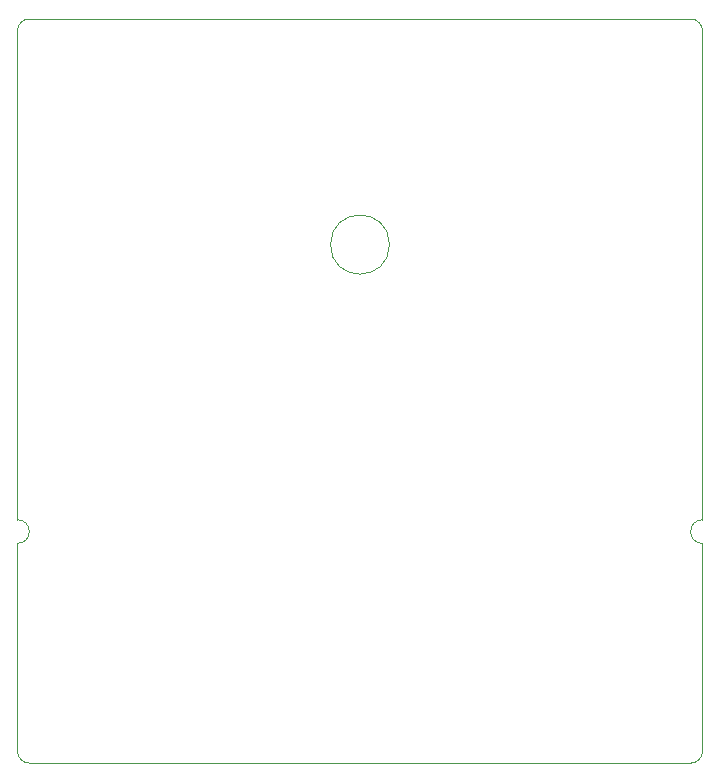
<source format=gm1>
%TF.GenerationSoftware,KiCad,Pcbnew,(6.0.2)*%
%TF.CreationDate,2022-03-08T16:49:20-05:00*%
%TF.ProjectId,MegaCart-64,4d656761-4361-4727-942d-36342e6b6963,2*%
%TF.SameCoordinates,Original*%
%TF.FileFunction,Profile,NP*%
%FSLAX46Y46*%
G04 Gerber Fmt 4.6, Leading zero omitted, Abs format (unit mm)*
G04 Created by KiCad (PCBNEW (6.0.2)) date 2022-03-08 16:49:20*
%MOMM*%
%LPD*%
G01*
G04 APERTURE LIST*
%TA.AperFunction,Profile*%
%ADD10C,0.050000*%
%TD*%
G04 APERTURE END LIST*
D10*
X135500000Y-92100000D02*
G75*
G03*
X135500000Y-92100000I-2500000J0D01*
G01*
X161000000Y-73000000D02*
X105000000Y-73000000D01*
X161000000Y-136000000D02*
G75*
G03*
X162000000Y-135000000I-3J1000003D01*
G01*
X104000000Y-135000000D02*
G75*
G03*
X105000000Y-136000000I1000003J3D01*
G01*
X104000000Y-117400000D02*
X104000000Y-135000000D01*
X162000000Y-115400000D02*
G75*
G03*
X162000000Y-117400000I0J-1000000D01*
G01*
X162000000Y-74000000D02*
X162000000Y-115400000D01*
X104000000Y-117400000D02*
G75*
G03*
X104000000Y-115400000I0J1000000D01*
G01*
X162000000Y-74000000D02*
G75*
G03*
X161000000Y-73000000I-1000003J-3D01*
G01*
X104000000Y-115400000D02*
X104000000Y-74000000D01*
X105000000Y-73000000D02*
G75*
G03*
X104000000Y-74000000I3J-1000003D01*
G01*
X105000000Y-136000000D02*
X161000000Y-136000000D01*
X162000000Y-135000000D02*
X162000000Y-117400000D01*
M02*

</source>
